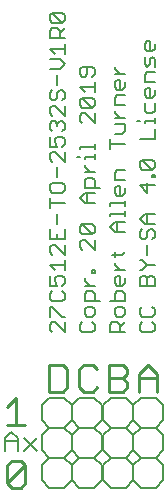
<source format=gbr>
G04 EAGLE Gerber RS-274X export*
G75*
%MOMM*%
%FSLAX34Y34*%
%LPD*%
%INSilkscreen Top*%
%IPPOS*%
%AMOC8*
5,1,8,0,0,1.08239X$1,22.5*%
G01*
%ADD10C,0.254000*%
%ADD11C,0.177800*%
%ADD12C,0.152400*%
%ADD13C,0.203200*%


D10*
X49530Y113050D02*
X49530Y90170D01*
X60970Y90170D01*
X64783Y93983D01*
X64783Y109236D01*
X60970Y113050D01*
X49530Y113050D01*
X86370Y113050D02*
X90183Y109236D01*
X86370Y113050D02*
X78743Y113050D01*
X74930Y109236D01*
X74930Y93983D01*
X78743Y90170D01*
X86370Y90170D01*
X90183Y93983D01*
X100330Y90170D02*
X100330Y113050D01*
X111770Y113050D01*
X115583Y109236D01*
X115583Y105423D01*
X111770Y101610D01*
X115583Y97797D01*
X115583Y93983D01*
X111770Y90170D01*
X100330Y90170D01*
X100330Y101610D02*
X111770Y101610D01*
X125730Y105423D02*
X125730Y90170D01*
X125730Y105423D02*
X133357Y113050D01*
X140983Y105423D01*
X140983Y90170D01*
X140983Y101610D02*
X125730Y101610D01*
X21597Y85110D02*
X13970Y77483D01*
X21597Y85110D02*
X21597Y62230D01*
X29223Y62230D02*
X13970Y62230D01*
X13970Y27956D02*
X13970Y12703D01*
X13970Y27956D02*
X17783Y31770D01*
X25410Y31770D01*
X29223Y27956D01*
X29223Y12703D01*
X25410Y8890D01*
X17783Y8890D01*
X13970Y12703D01*
X29223Y27956D01*
D11*
X12319Y40259D02*
X12319Y50936D01*
X17658Y56275D01*
X22996Y50936D01*
X22996Y40259D01*
X22996Y48267D02*
X12319Y48267D01*
X28691Y50936D02*
X39368Y40259D01*
X28691Y40259D02*
X39368Y50936D01*
D12*
X62738Y140462D02*
X62738Y148936D01*
X62738Y140462D02*
X54264Y148936D01*
X52146Y148936D01*
X50027Y146817D01*
X50027Y142580D01*
X52146Y140462D01*
X50027Y153559D02*
X50027Y162033D01*
X52146Y162033D01*
X60620Y153559D01*
X62738Y153559D01*
X50027Y173012D02*
X52146Y175130D01*
X50027Y173012D02*
X50027Y168775D01*
X52146Y166657D01*
X60620Y166657D01*
X62738Y168775D01*
X62738Y173012D01*
X60620Y175130D01*
X50027Y179754D02*
X50027Y188228D01*
X50027Y179754D02*
X56383Y179754D01*
X54264Y183991D01*
X54264Y186109D01*
X56383Y188228D01*
X60620Y188228D01*
X62738Y186109D01*
X62738Y181872D01*
X60620Y179754D01*
X54264Y192851D02*
X50027Y197088D01*
X62738Y197088D01*
X62738Y192851D02*
X62738Y201325D01*
X62738Y205948D02*
X62738Y214422D01*
X62738Y205948D02*
X54264Y214422D01*
X52146Y214422D01*
X50027Y212304D01*
X50027Y208067D01*
X52146Y205948D01*
X50027Y219046D02*
X50027Y227519D01*
X50027Y219046D02*
X62738Y219046D01*
X62738Y227519D01*
X56383Y223282D02*
X56383Y219046D01*
X56383Y232143D02*
X56383Y240617D01*
X62738Y249477D02*
X50027Y249477D01*
X50027Y245240D02*
X50027Y253714D01*
X50027Y260456D02*
X50027Y264693D01*
X50027Y260456D02*
X52146Y258337D01*
X60620Y258337D01*
X62738Y260456D01*
X62738Y264693D01*
X60620Y266811D01*
X52146Y266811D01*
X50027Y264693D01*
X56383Y271435D02*
X56383Y279908D01*
X62738Y284532D02*
X62738Y293006D01*
X62738Y284532D02*
X54264Y293006D01*
X52146Y293006D01*
X50027Y290887D01*
X50027Y286650D01*
X52146Y284532D01*
X50027Y297629D02*
X50027Y306103D01*
X50027Y297629D02*
X56383Y297629D01*
X54264Y301866D01*
X54264Y303984D01*
X56383Y306103D01*
X60620Y306103D01*
X62738Y303984D01*
X62738Y299747D01*
X60620Y297629D01*
X52146Y310726D02*
X50027Y312845D01*
X50027Y317082D01*
X52146Y319200D01*
X54264Y319200D01*
X56383Y317082D01*
X56383Y314963D01*
X56383Y317082D02*
X58501Y319200D01*
X60620Y319200D01*
X62738Y317082D01*
X62738Y312845D01*
X60620Y310726D01*
X62738Y323824D02*
X62738Y332297D01*
X62738Y323824D02*
X54264Y332297D01*
X52146Y332297D01*
X50027Y330179D01*
X50027Y325942D01*
X52146Y323824D01*
X50027Y343276D02*
X52146Y345395D01*
X50027Y343276D02*
X50027Y339039D01*
X52146Y336921D01*
X54264Y336921D01*
X56383Y339039D01*
X56383Y343276D01*
X58501Y345395D01*
X60620Y345395D01*
X62738Y343276D01*
X62738Y339039D01*
X60620Y336921D01*
X56383Y350018D02*
X56383Y358492D01*
X58501Y363115D02*
X50027Y363115D01*
X58501Y363115D02*
X62738Y367352D01*
X58501Y371589D01*
X50027Y371589D01*
X54264Y376213D02*
X50027Y380449D01*
X62738Y380449D01*
X62738Y376213D02*
X62738Y384686D01*
X62738Y389310D02*
X50027Y389310D01*
X50027Y395665D01*
X52146Y397784D01*
X56383Y397784D01*
X58501Y395665D01*
X58501Y389310D01*
X58501Y393547D02*
X62738Y397784D01*
X60620Y402407D02*
X52146Y402407D01*
X50027Y404525D01*
X50027Y408762D01*
X52146Y410881D01*
X60620Y410881D01*
X62738Y408762D01*
X62738Y404525D01*
X60620Y402407D01*
X52146Y410881D01*
X77546Y148936D02*
X75427Y146817D01*
X75427Y142580D01*
X77546Y140462D01*
X86020Y140462D01*
X88138Y142580D01*
X88138Y146817D01*
X86020Y148936D01*
X88138Y155678D02*
X88138Y159915D01*
X86020Y162033D01*
X81783Y162033D01*
X79664Y159915D01*
X79664Y155678D01*
X81783Y153559D01*
X86020Y153559D01*
X88138Y155678D01*
X92375Y166657D02*
X79664Y166657D01*
X79664Y173012D01*
X81783Y175130D01*
X86020Y175130D01*
X88138Y173012D01*
X88138Y166657D01*
X88138Y179754D02*
X79664Y179754D01*
X83901Y179754D02*
X79664Y183991D01*
X79664Y186109D01*
X86020Y190668D02*
X88138Y190668D01*
X86020Y190668D02*
X86020Y192787D01*
X88138Y192787D01*
X88138Y190668D01*
X88138Y210314D02*
X88138Y218788D01*
X88138Y210314D02*
X79664Y218788D01*
X77546Y218788D01*
X75427Y216669D01*
X75427Y212432D01*
X77546Y210314D01*
X77546Y223411D02*
X86020Y223411D01*
X77546Y223411D02*
X75427Y225530D01*
X75427Y229767D01*
X77546Y231885D01*
X86020Y231885D01*
X88138Y229767D01*
X88138Y225530D01*
X86020Y223411D01*
X77546Y231885D01*
X79664Y249606D02*
X88138Y249606D01*
X79664Y249606D02*
X75427Y253843D01*
X79664Y258080D01*
X88138Y258080D01*
X81783Y258080D02*
X81783Y249606D01*
X79664Y262703D02*
X92375Y262703D01*
X79664Y262703D02*
X79664Y269058D01*
X81783Y271177D01*
X86020Y271177D01*
X88138Y269058D01*
X88138Y262703D01*
X88138Y275800D02*
X79664Y275800D01*
X83901Y275800D02*
X79664Y280037D01*
X79664Y282156D01*
X79664Y286715D02*
X79664Y288833D01*
X88138Y288833D01*
X88138Y286715D02*
X88138Y290952D01*
X75427Y288833D02*
X73309Y288833D01*
X75427Y295446D02*
X75427Y297565D01*
X88138Y297565D01*
X88138Y299683D02*
X88138Y295446D01*
X88138Y317275D02*
X88138Y325749D01*
X88138Y317275D02*
X79664Y325749D01*
X77546Y325749D01*
X75427Y323630D01*
X75427Y319393D01*
X77546Y317275D01*
X77546Y330372D02*
X86020Y330372D01*
X77546Y330372D02*
X75427Y332491D01*
X75427Y336728D01*
X77546Y338846D01*
X86020Y338846D01*
X88138Y336728D01*
X88138Y332491D01*
X86020Y330372D01*
X77546Y338846D01*
X79664Y343469D02*
X75427Y347706D01*
X88138Y347706D01*
X88138Y343469D02*
X88138Y351943D01*
X86020Y356567D02*
X88138Y358685D01*
X88138Y362922D01*
X86020Y365041D01*
X77546Y365041D01*
X75427Y362922D01*
X75427Y358685D01*
X77546Y356567D01*
X79664Y356567D01*
X81783Y358685D01*
X81783Y365041D01*
X100827Y140462D02*
X113538Y140462D01*
X100827Y140462D02*
X100827Y146817D01*
X102946Y148936D01*
X107183Y148936D01*
X109301Y146817D01*
X109301Y140462D01*
X109301Y144699D02*
X113538Y148936D01*
X113538Y155678D02*
X113538Y159915D01*
X111420Y162033D01*
X107183Y162033D01*
X105064Y159915D01*
X105064Y155678D01*
X107183Y153559D01*
X111420Y153559D01*
X113538Y155678D01*
X113538Y166657D02*
X100827Y166657D01*
X113538Y166657D02*
X113538Y173012D01*
X111420Y175130D01*
X107183Y175130D01*
X105064Y173012D01*
X105064Y166657D01*
X113538Y181872D02*
X113538Y186109D01*
X113538Y181872D02*
X111420Y179754D01*
X107183Y179754D01*
X105064Y181872D01*
X105064Y186109D01*
X107183Y188228D01*
X109301Y188228D01*
X109301Y179754D01*
X113538Y192851D02*
X105064Y192851D01*
X109301Y192851D02*
X105064Y197088D01*
X105064Y199206D01*
X102946Y205884D02*
X111420Y205884D01*
X113538Y208002D01*
X105064Y208002D02*
X105064Y203765D01*
X105064Y225594D02*
X113538Y225594D01*
X105064Y225594D02*
X100827Y229831D01*
X105064Y234068D01*
X113538Y234068D01*
X107183Y234068D02*
X107183Y225594D01*
X100827Y238691D02*
X100827Y240810D01*
X113538Y240810D01*
X113538Y242928D02*
X113538Y238691D01*
X100827Y247423D02*
X100827Y249541D01*
X113538Y249541D01*
X113538Y247423D02*
X113538Y251660D01*
X113538Y258273D02*
X113538Y262510D01*
X113538Y258273D02*
X111420Y256154D01*
X107183Y256154D01*
X105064Y258273D01*
X105064Y262510D01*
X107183Y264628D01*
X109301Y264628D01*
X109301Y256154D01*
X113538Y269252D02*
X105064Y269252D01*
X105064Y275607D01*
X107183Y277726D01*
X113538Y277726D01*
X113538Y299683D02*
X100827Y299683D01*
X100827Y295446D02*
X100827Y303920D01*
X105064Y308543D02*
X111420Y308543D01*
X113538Y310662D01*
X113538Y317017D01*
X105064Y317017D01*
X105064Y321641D02*
X113538Y321641D01*
X109301Y321641D02*
X105064Y325878D01*
X105064Y327996D01*
X105064Y332555D02*
X113538Y332555D01*
X105064Y332555D02*
X105064Y338910D01*
X107183Y341029D01*
X113538Y341029D01*
X113538Y347771D02*
X113538Y352008D01*
X113538Y347771D02*
X111420Y345652D01*
X107183Y345652D01*
X105064Y347771D01*
X105064Y352008D01*
X107183Y354126D01*
X109301Y354126D01*
X109301Y345652D01*
X113538Y358750D02*
X105064Y358750D01*
X105064Y362986D02*
X109301Y358750D01*
X105064Y362986D02*
X105064Y365105D01*
X128346Y148936D02*
X126227Y146817D01*
X126227Y142580D01*
X128346Y140462D01*
X136820Y140462D01*
X138938Y142580D01*
X138938Y146817D01*
X136820Y148936D01*
X126227Y159915D02*
X128346Y162033D01*
X126227Y159915D02*
X126227Y155678D01*
X128346Y153559D01*
X136820Y153559D01*
X138938Y155678D01*
X138938Y159915D01*
X136820Y162033D01*
X138938Y179754D02*
X126227Y179754D01*
X126227Y186109D01*
X128346Y188228D01*
X130464Y188228D01*
X132583Y186109D01*
X134701Y188228D01*
X136820Y188228D01*
X138938Y186109D01*
X138938Y179754D01*
X132583Y179754D02*
X132583Y186109D01*
X128346Y192851D02*
X126227Y192851D01*
X128346Y192851D02*
X132583Y197088D01*
X128346Y201325D01*
X126227Y201325D01*
X132583Y197088D02*
X138938Y197088D01*
X132583Y205948D02*
X132583Y214422D01*
X126227Y225401D02*
X128346Y227519D01*
X126227Y225401D02*
X126227Y221164D01*
X128346Y219046D01*
X130464Y219046D01*
X132583Y221164D01*
X132583Y225401D01*
X134701Y227519D01*
X136820Y227519D01*
X138938Y225401D01*
X138938Y221164D01*
X136820Y219046D01*
X138938Y232143D02*
X130464Y232143D01*
X126227Y236380D01*
X130464Y240617D01*
X138938Y240617D01*
X132583Y240617D02*
X132583Y232143D01*
X138938Y264693D02*
X126227Y264693D01*
X132583Y258337D01*
X132583Y266811D01*
X136820Y271435D02*
X138938Y271435D01*
X136820Y271435D02*
X136820Y273553D01*
X138938Y273553D01*
X138938Y271435D01*
X136820Y277983D02*
X128346Y277983D01*
X126227Y280102D01*
X126227Y284339D01*
X128346Y286457D01*
X136820Y286457D01*
X138938Y284339D01*
X138938Y280102D01*
X136820Y277983D01*
X128346Y286457D01*
X126227Y304178D02*
X138938Y304178D01*
X138938Y312652D01*
X130464Y317275D02*
X130464Y319393D01*
X138938Y319393D01*
X138938Y317275D02*
X138938Y321512D01*
X126227Y319393D02*
X124109Y319393D01*
X130464Y328125D02*
X130464Y334480D01*
X130464Y328125D02*
X132583Y326006D01*
X136820Y326006D01*
X138938Y328125D01*
X138938Y334480D01*
X138938Y341222D02*
X138938Y345459D01*
X138938Y341222D02*
X136820Y339104D01*
X132583Y339104D01*
X130464Y341222D01*
X130464Y345459D01*
X132583Y347578D01*
X134701Y347578D01*
X134701Y339104D01*
X138938Y352201D02*
X130464Y352201D01*
X130464Y358556D01*
X132583Y360675D01*
X138938Y360675D01*
X138938Y365298D02*
X138938Y371654D01*
X136820Y373772D01*
X134701Y371654D01*
X134701Y367417D01*
X132583Y365298D01*
X130464Y367417D01*
X130464Y373772D01*
X138938Y380514D02*
X138938Y384751D01*
X138938Y380514D02*
X136820Y378395D01*
X132583Y378395D01*
X130464Y380514D01*
X130464Y384751D01*
X132583Y386869D01*
X134701Y386869D01*
X134701Y378395D01*
D13*
X62230Y34290D02*
X68580Y27940D01*
X68580Y15240D01*
X62230Y8890D01*
X49530Y8890D02*
X43180Y15240D01*
X43180Y27940D01*
X49530Y34290D01*
X68580Y66040D02*
X68580Y78740D01*
X68580Y66040D02*
X62230Y59690D01*
X49530Y59690D02*
X43180Y66040D01*
X62230Y59690D02*
X68580Y53340D01*
X68580Y40640D01*
X62230Y34290D01*
X49530Y34290D02*
X43180Y40640D01*
X43180Y53340D01*
X49530Y59690D01*
X49530Y85090D02*
X62230Y85090D01*
X68580Y78740D01*
X49530Y85090D02*
X43180Y78740D01*
X43180Y66040D01*
X49530Y8890D02*
X62230Y8890D01*
X62230Y59690D02*
X49530Y59690D01*
X49530Y34290D02*
X62230Y34290D01*
X87630Y34290D02*
X93980Y27940D01*
X93980Y15240D01*
X87630Y8890D01*
X74930Y8890D02*
X68580Y15240D01*
X68580Y27940D01*
X74930Y34290D01*
X93980Y66040D02*
X93980Y78740D01*
X93980Y66040D02*
X87630Y59690D01*
X74930Y59690D02*
X68580Y66040D01*
X87630Y59690D02*
X93980Y53340D01*
X93980Y40640D01*
X87630Y34290D01*
X74930Y34290D02*
X68580Y40640D01*
X68580Y53340D01*
X74930Y59690D01*
X74930Y85090D02*
X87630Y85090D01*
X93980Y78740D01*
X74930Y85090D02*
X68580Y78740D01*
X68580Y66040D01*
X74930Y8890D02*
X87630Y8890D01*
X87630Y59690D02*
X74930Y59690D01*
X74930Y34290D02*
X87630Y34290D01*
X114300Y34290D02*
X120650Y27940D01*
X120650Y15240D01*
X114300Y8890D01*
X101600Y8890D02*
X95250Y15240D01*
X95250Y27940D01*
X101600Y34290D01*
X120650Y66040D02*
X120650Y78740D01*
X120650Y66040D02*
X114300Y59690D01*
X101600Y59690D02*
X95250Y66040D01*
X114300Y59690D02*
X120650Y53340D01*
X120650Y40640D01*
X114300Y34290D01*
X101600Y34290D02*
X95250Y40640D01*
X95250Y53340D01*
X101600Y59690D01*
X101600Y85090D02*
X114300Y85090D01*
X120650Y78740D01*
X101600Y85090D02*
X95250Y78740D01*
X95250Y66040D01*
X101600Y8890D02*
X114300Y8890D01*
X114300Y59690D02*
X101600Y59690D01*
X101600Y34290D02*
X114300Y34290D01*
X139700Y34290D02*
X146050Y27940D01*
X146050Y15240D01*
X139700Y8890D01*
X127000Y8890D02*
X120650Y15240D01*
X120650Y27940D01*
X127000Y34290D01*
X146050Y66040D02*
X146050Y78740D01*
X146050Y66040D02*
X139700Y59690D01*
X127000Y59690D02*
X120650Y66040D01*
X139700Y59690D02*
X146050Y53340D01*
X146050Y40640D01*
X139700Y34290D01*
X127000Y34290D02*
X120650Y40640D01*
X120650Y53340D01*
X127000Y59690D01*
X127000Y85090D02*
X139700Y85090D01*
X146050Y78740D01*
X127000Y85090D02*
X120650Y78740D01*
X120650Y66040D01*
X127000Y8890D02*
X139700Y8890D01*
X139700Y59690D02*
X127000Y59690D01*
X127000Y34290D02*
X139700Y34290D01*
M02*

</source>
